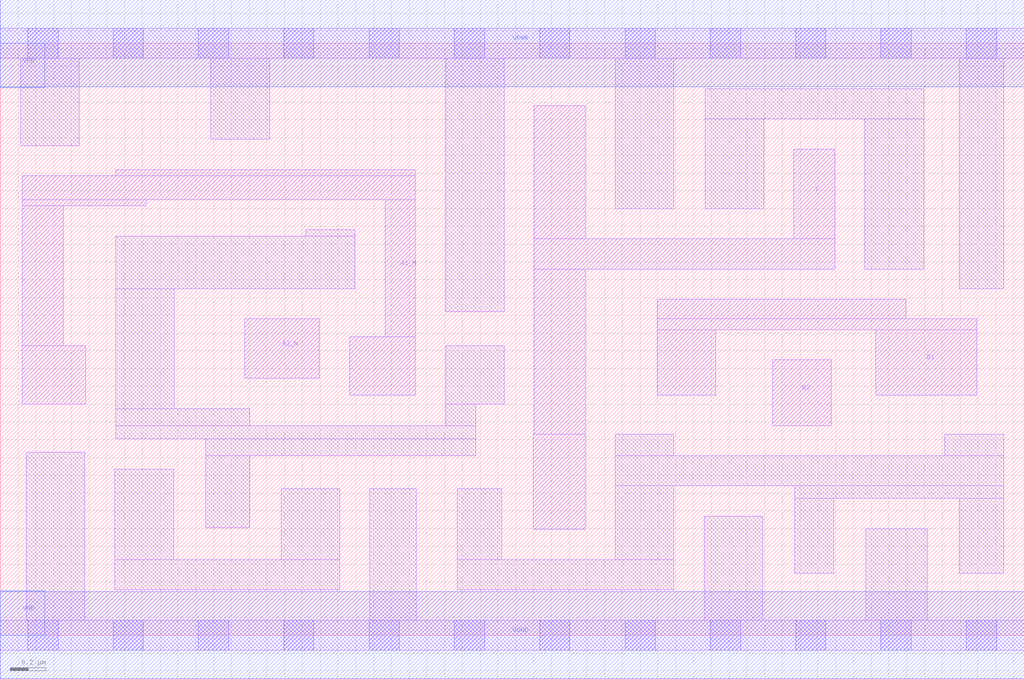
<source format=lef>
# Copyright 2020 The SkyWater PDK Authors
#
# Licensed under the Apache License, Version 2.0 (the "License");
# you may not use this file except in compliance with the License.
# You may obtain a copy of the License at
#
#     https://www.apache.org/licenses/LICENSE-2.0
#
# Unless required by applicable law or agreed to in writing, software
# distributed under the License is distributed on an "AS IS" BASIS,
# WITHOUT WARRANTIES OR CONDITIONS OF ANY KIND, either express or implied.
# See the License for the specific language governing permissions and
# limitations under the License.
#
# SPDX-License-Identifier: Apache-2.0

VERSION 5.5 ;
NAMESCASESENSITIVE ON ;
BUSBITCHARS "[]" ;
DIVIDERCHAR "/" ;
MACRO sky130_fd_sc_ms__o2bb2ai_2
  CLASS CORE ;
  SOURCE USER ;
  ORIGIN  0.000000  0.000000 ;
  SIZE  5.760000 BY  3.330000 ;
  SYMMETRY X Y ;
  SITE unit ;
  PIN A1_N
    ANTENNAGATEAREA  0.444000 ;
    DIRECTION INPUT ;
    USE SIGNAL ;
    PORT
      LAYER li1 ;
        RECT 0.125000 1.300000 0.480000 1.630000 ;
        RECT 0.125000 1.630000 0.355000 2.415000 ;
        RECT 0.125000 2.415000 0.820000 2.450000 ;
        RECT 0.125000 2.450000 2.335000 2.585000 ;
        RECT 0.650000 2.585000 2.335000 2.620000 ;
        RECT 1.965000 1.350000 2.335000 1.680000 ;
        RECT 2.165000 1.680000 2.335000 2.450000 ;
    END
  END A1_N
  PIN A2_N
    ANTENNAGATEAREA  0.444000 ;
    DIRECTION INPUT ;
    USE SIGNAL ;
    PORT
      LAYER li1 ;
        RECT 1.375000 1.445000 1.795000 1.780000 ;
    END
  END A2_N
  PIN B1
    ANTENNAGATEAREA  0.558000 ;
    DIRECTION INPUT ;
    USE SIGNAL ;
    PORT
      LAYER li1 ;
        RECT 3.695000 1.350000 4.025000 1.720000 ;
        RECT 3.695000 1.720000 5.495000 1.780000 ;
        RECT 3.695000 1.780000 5.095000 1.890000 ;
        RECT 4.925000 1.350000 5.495000 1.720000 ;
    END
  END B1
  PIN B2
    ANTENNAGATEAREA  0.558000 ;
    DIRECTION INPUT ;
    USE SIGNAL ;
    PORT
      LAYER li1 ;
        RECT 4.345000 1.180000 4.675000 1.550000 ;
    END
  END B2
  PIN Y
    ANTENNADIFFAREA  0.896000 ;
    DIRECTION OUTPUT ;
    USE SIGNAL ;
    PORT
      LAYER li1 ;
        RECT 3.000000 0.595000 3.290000 1.130000 ;
        RECT 3.005000 1.130000 3.290000 2.060000 ;
        RECT 3.005000 2.060000 4.695000 2.230000 ;
        RECT 3.005000 2.230000 3.290000 2.980000 ;
        RECT 4.465000 2.230000 4.695000 2.735000 ;
    END
  END Y
  PIN VGND
    DIRECTION INOUT ;
    USE GROUND ;
    PORT
      LAYER met1 ;
        RECT 0.000000 -0.245000 5.760000 0.245000 ;
    END
  END VGND
  PIN VNB
    DIRECTION INOUT ;
    USE GROUND ;
    PORT
    END
  END VNB
  PIN VPB
    DIRECTION INOUT ;
    USE POWER ;
    PORT
    END
  END VPB
  PIN VNB
    DIRECTION INOUT ;
    USE GROUND ;
    PORT
      LAYER met1 ;
        RECT 0.000000 0.000000 0.250000 0.250000 ;
    END
  END VNB
  PIN VPB
    DIRECTION INOUT ;
    USE POWER ;
    PORT
      LAYER met1 ;
        RECT 0.000000 3.080000 0.250000 3.330000 ;
    END
  END VPB
  PIN VPWR
    DIRECTION INOUT ;
    USE POWER ;
    PORT
      LAYER met1 ;
        RECT 0.000000 3.085000 5.760000 3.575000 ;
    END
  END VPWR
  OBS
    LAYER li1 ;
      RECT 0.000000 -0.085000 5.760000 0.085000 ;
      RECT 0.000000  3.245000 5.760000 3.415000 ;
      RECT 0.115000  2.755000 0.445000 3.245000 ;
      RECT 0.145000  0.085000 0.475000 1.030000 ;
      RECT 0.645000  0.255000 1.910000 0.425000 ;
      RECT 0.645000  0.425000 0.975000 0.935000 ;
      RECT 0.650000  1.105000 2.675000 1.180000 ;
      RECT 0.650000  1.180000 1.405000 1.275000 ;
      RECT 0.650000  1.275000 0.980000 1.950000 ;
      RECT 0.650000  1.950000 1.995000 2.245000 ;
      RECT 1.155000  0.605000 1.405000 1.010000 ;
      RECT 1.155000  1.010000 2.675000 1.105000 ;
      RECT 1.185000  2.790000 1.515000 3.245000 ;
      RECT 1.580000  0.425000 1.910000 0.825000 ;
      RECT 1.720000  2.245000 1.995000 2.280000 ;
      RECT 2.080000  0.085000 2.340000 0.825000 ;
      RECT 2.505000  1.180000 2.675000 1.300000 ;
      RECT 2.505000  1.300000 2.835000 1.630000 ;
      RECT 2.505000  1.820000 2.835000 3.245000 ;
      RECT 2.570000  0.255000 3.790000 0.425000 ;
      RECT 2.570000  0.425000 2.820000 0.825000 ;
      RECT 3.460000  0.425000 3.790000 0.840000 ;
      RECT 3.460000  0.840000 5.645000 1.010000 ;
      RECT 3.460000  1.010000 3.790000 1.130000 ;
      RECT 3.460000  2.400000 3.790000 3.245000 ;
      RECT 3.960000  0.085000 4.290000 0.670000 ;
      RECT 3.965000  2.400000 4.295000 2.905000 ;
      RECT 3.965000  2.905000 5.195000 3.075000 ;
      RECT 4.470000  0.350000 4.690000 0.770000 ;
      RECT 4.470000  0.770000 5.645000 0.840000 ;
      RECT 4.865000  2.060000 5.195000 2.905000 ;
      RECT 4.870000  0.085000 5.215000 0.600000 ;
      RECT 5.315000  1.010000 5.645000 1.130000 ;
      RECT 5.395000  0.350000 5.645000 0.770000 ;
      RECT 5.395000  1.950000 5.645000 3.245000 ;
    LAYER mcon ;
      RECT 0.155000 -0.085000 0.325000 0.085000 ;
      RECT 0.155000  3.245000 0.325000 3.415000 ;
      RECT 0.635000 -0.085000 0.805000 0.085000 ;
      RECT 0.635000  3.245000 0.805000 3.415000 ;
      RECT 1.115000 -0.085000 1.285000 0.085000 ;
      RECT 1.115000  3.245000 1.285000 3.415000 ;
      RECT 1.595000 -0.085000 1.765000 0.085000 ;
      RECT 1.595000  3.245000 1.765000 3.415000 ;
      RECT 2.075000 -0.085000 2.245000 0.085000 ;
      RECT 2.075000  3.245000 2.245000 3.415000 ;
      RECT 2.555000 -0.085000 2.725000 0.085000 ;
      RECT 2.555000  3.245000 2.725000 3.415000 ;
      RECT 3.035000 -0.085000 3.205000 0.085000 ;
      RECT 3.035000  3.245000 3.205000 3.415000 ;
      RECT 3.515000 -0.085000 3.685000 0.085000 ;
      RECT 3.515000  3.245000 3.685000 3.415000 ;
      RECT 3.995000 -0.085000 4.165000 0.085000 ;
      RECT 3.995000  3.245000 4.165000 3.415000 ;
      RECT 4.475000 -0.085000 4.645000 0.085000 ;
      RECT 4.475000  3.245000 4.645000 3.415000 ;
      RECT 4.955000 -0.085000 5.125000 0.085000 ;
      RECT 4.955000  3.245000 5.125000 3.415000 ;
      RECT 5.435000 -0.085000 5.605000 0.085000 ;
      RECT 5.435000  3.245000 5.605000 3.415000 ;
  END
END sky130_fd_sc_ms__o2bb2ai_2
END LIBRARY

</source>
